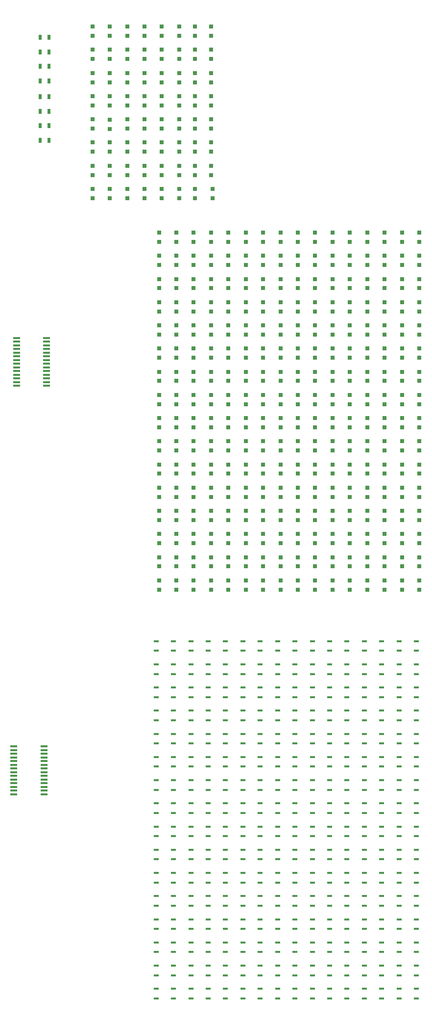
<source format=gbr>
%TF.GenerationSoftware,KiCad,Pcbnew,(5.1.9)-1*%
%TF.CreationDate,2021-06-16T16:09:48-07:00*%
%TF.ProjectId,noname,6e6f6e61-6d65-42e6-9b69-6361645f7063,rev?*%
%TF.SameCoordinates,Original*%
%TF.FileFunction,Paste,Top*%
%TF.FilePolarity,Positive*%
%FSLAX46Y46*%
G04 Gerber Fmt 4.6, Leading zero omitted, Abs format (unit mm)*
G04 Created by KiCad (PCBNEW (5.1.9)-1) date 2021-06-16 16:09:48*
%MOMM*%
%LPD*%
G01*
G04 APERTURE LIST*
%ADD10R,0.850000X0.400000*%
%ADD11R,1.200000X0.400000*%
%ADD12R,0.800000X0.800000*%
%ADD13R,0.500000X0.900000*%
G04 APERTURE END LIST*
D10*
X85000000Y-185440000D03*
X85000000Y-187100000D03*
X85000000Y-181440000D03*
X85000000Y-183100000D03*
X85000000Y-177440000D03*
X85000000Y-179100000D03*
X85000000Y-173440000D03*
X85000000Y-175100000D03*
X85000000Y-169440000D03*
X85000000Y-171100000D03*
X85000000Y-165440000D03*
X85000000Y-167100000D03*
X85000000Y-161440000D03*
X85000000Y-163100000D03*
X85000000Y-157440000D03*
X85000000Y-159100000D03*
X85000000Y-153440000D03*
X85000000Y-155100000D03*
X85000000Y-149440000D03*
X85000000Y-151100000D03*
X85000000Y-145440000D03*
X85000000Y-147100000D03*
X85000000Y-141440000D03*
X85000000Y-143100000D03*
X85000000Y-137440000D03*
X85000000Y-139100000D03*
X85000000Y-133440000D03*
X85000000Y-135100000D03*
X85000000Y-129440000D03*
X85000000Y-131100000D03*
X85000000Y-125440000D03*
X85000000Y-127100000D03*
X82000000Y-185440000D03*
X82000000Y-187100000D03*
X82000000Y-181440000D03*
X82000000Y-183100000D03*
X82000000Y-177440000D03*
X82000000Y-179100000D03*
X82000000Y-173440000D03*
X82000000Y-175100000D03*
X82000000Y-169440000D03*
X82000000Y-171100000D03*
X82000000Y-165440000D03*
X82000000Y-167100000D03*
X82000000Y-161440000D03*
X82000000Y-163100000D03*
X82000000Y-157440000D03*
X82000000Y-159100000D03*
X82000000Y-153440000D03*
X82000000Y-155100000D03*
X82000000Y-149440000D03*
X82000000Y-151100000D03*
X82000000Y-145440000D03*
X82000000Y-147100000D03*
X82000000Y-141440000D03*
X82000000Y-143100000D03*
X82000000Y-137440000D03*
X82000000Y-139100000D03*
X82000000Y-133440000D03*
X82000000Y-135100000D03*
X82000000Y-129440000D03*
X82000000Y-131100000D03*
X82000000Y-125440000D03*
X82000000Y-127100000D03*
X79000000Y-185440000D03*
X79000000Y-187100000D03*
X79000000Y-181440000D03*
X79000000Y-183100000D03*
X79000000Y-177440000D03*
X79000000Y-179100000D03*
X79000000Y-173440000D03*
X79000000Y-175100000D03*
X79000000Y-169440000D03*
X79000000Y-171100000D03*
X79000000Y-165440000D03*
X79000000Y-167100000D03*
X79000000Y-161440000D03*
X79000000Y-163100000D03*
X79000000Y-157440000D03*
X79000000Y-159100000D03*
X79000000Y-153440000D03*
X79000000Y-155100000D03*
X79000000Y-149440000D03*
X79000000Y-151100000D03*
X79000000Y-145440000D03*
X79000000Y-147100000D03*
X79000000Y-141440000D03*
X79000000Y-143100000D03*
X79000000Y-137440000D03*
X79000000Y-139100000D03*
X79000000Y-133440000D03*
X79000000Y-135100000D03*
X79000000Y-129440000D03*
X79000000Y-131100000D03*
X79000000Y-125440000D03*
X79000000Y-127100000D03*
X76000000Y-185440000D03*
X76000000Y-187100000D03*
X76000000Y-181440000D03*
X76000000Y-183100000D03*
X76000000Y-177440000D03*
X76000000Y-179100000D03*
X76000000Y-173440000D03*
X76000000Y-175100000D03*
X76000000Y-169440000D03*
X76000000Y-171100000D03*
X76000000Y-165440000D03*
X76000000Y-167100000D03*
X76000000Y-161440000D03*
X76000000Y-163100000D03*
X76000000Y-157440000D03*
X76000000Y-159100000D03*
X76000000Y-153440000D03*
X76000000Y-155100000D03*
X76000000Y-149440000D03*
X76000000Y-151100000D03*
X76000000Y-145440000D03*
X76000000Y-147100000D03*
X76000000Y-141440000D03*
X76000000Y-143100000D03*
X76000000Y-137440000D03*
X76000000Y-139100000D03*
X76000000Y-133440000D03*
X76000000Y-135100000D03*
X76000000Y-129440000D03*
X76000000Y-131100000D03*
X76000000Y-125440000D03*
X76000000Y-127100000D03*
X73000000Y-185440000D03*
X73000000Y-187100000D03*
X73000000Y-181440000D03*
X73000000Y-183100000D03*
X73000000Y-177440000D03*
X73000000Y-179100000D03*
X73000000Y-173440000D03*
X73000000Y-175100000D03*
X73000000Y-169440000D03*
X73000000Y-171100000D03*
X73000000Y-165440000D03*
X73000000Y-167100000D03*
X73000000Y-161440000D03*
X73000000Y-163100000D03*
X73000000Y-157440000D03*
X73000000Y-159100000D03*
X73000000Y-153440000D03*
X73000000Y-155100000D03*
X73000000Y-149440000D03*
X73000000Y-151100000D03*
X73000000Y-145440000D03*
X73000000Y-147100000D03*
X73000000Y-141440000D03*
X73000000Y-143100000D03*
X73000000Y-137440000D03*
X73000000Y-139100000D03*
X73000000Y-133440000D03*
X73000000Y-135100000D03*
X73000000Y-129440000D03*
X73000000Y-131100000D03*
X73000000Y-125440000D03*
X73000000Y-127100000D03*
X70000000Y-185440000D03*
X70000000Y-187100000D03*
X70000000Y-181440000D03*
X70000000Y-183100000D03*
X70000000Y-177440000D03*
X70000000Y-179100000D03*
X70000000Y-173440000D03*
X70000000Y-175100000D03*
X70000000Y-169440000D03*
X70000000Y-171100000D03*
X70000000Y-165440000D03*
X70000000Y-167100000D03*
X70000000Y-161440000D03*
X70000000Y-163100000D03*
X70000000Y-157440000D03*
X70000000Y-159100000D03*
X70000000Y-153440000D03*
X70000000Y-155100000D03*
X70000000Y-149440000D03*
X70000000Y-151100000D03*
X70000000Y-145440000D03*
X70000000Y-147100000D03*
X70000000Y-141440000D03*
X70000000Y-143100000D03*
X70000000Y-137440000D03*
X70000000Y-139100000D03*
X70000000Y-133440000D03*
X70000000Y-135100000D03*
X70000000Y-129440000D03*
X70000000Y-131100000D03*
X70000000Y-125440000D03*
X70000000Y-127100000D03*
X67000000Y-185440000D03*
X67000000Y-187100000D03*
X67000000Y-181440000D03*
X67000000Y-183100000D03*
X67000000Y-177440000D03*
X67000000Y-179100000D03*
X67000000Y-173440000D03*
X67000000Y-175100000D03*
X67000000Y-169440000D03*
X67000000Y-171100000D03*
X67000000Y-165440000D03*
X67000000Y-167100000D03*
X67000000Y-161440000D03*
X67000000Y-163100000D03*
X67000000Y-157440000D03*
X67000000Y-159100000D03*
X67000000Y-153440000D03*
X67000000Y-155100000D03*
X67000000Y-149440000D03*
X67000000Y-151100000D03*
X67000000Y-145440000D03*
X67000000Y-147100000D03*
X67000000Y-141440000D03*
X67000000Y-143100000D03*
X67000000Y-137440000D03*
X67000000Y-139100000D03*
X67000000Y-133440000D03*
X67000000Y-135100000D03*
X67000000Y-129440000D03*
X67000000Y-131100000D03*
X67000000Y-125440000D03*
X67000000Y-127100000D03*
X64000000Y-185440000D03*
X64000000Y-187100000D03*
X64000000Y-181440000D03*
X64000000Y-183100000D03*
X64000000Y-177440000D03*
X64000000Y-179100000D03*
X64000000Y-173440000D03*
X64000000Y-175100000D03*
X64000000Y-169440000D03*
X64000000Y-171100000D03*
X64000000Y-165440000D03*
X64000000Y-167100000D03*
X64000000Y-161440000D03*
X64000000Y-163100000D03*
X64000000Y-157440000D03*
X64000000Y-159100000D03*
X64000000Y-153440000D03*
X64000000Y-155100000D03*
X64000000Y-149440000D03*
X64000000Y-151100000D03*
X64000000Y-145440000D03*
X64000000Y-147100000D03*
X64000000Y-141440000D03*
X64000000Y-143100000D03*
X64000000Y-137440000D03*
X64000000Y-139100000D03*
X64000000Y-133440000D03*
X64000000Y-135100000D03*
X64000000Y-129440000D03*
X64000000Y-131100000D03*
X64000000Y-125440000D03*
X64000000Y-127100000D03*
X61000000Y-185440000D03*
X61000000Y-187100000D03*
X61000000Y-181440000D03*
X61000000Y-183100000D03*
X61000000Y-177440000D03*
X61000000Y-179100000D03*
X61000000Y-173440000D03*
X61000000Y-175100000D03*
X61000000Y-169440000D03*
X61000000Y-171100000D03*
X61000000Y-165440000D03*
X61000000Y-167100000D03*
X61000000Y-161440000D03*
X61000000Y-163100000D03*
X61000000Y-157440000D03*
X61000000Y-159100000D03*
X61000000Y-153440000D03*
X61000000Y-155100000D03*
X61000000Y-149440000D03*
X61000000Y-151100000D03*
X61000000Y-145440000D03*
X61000000Y-147100000D03*
X61000000Y-141440000D03*
X61000000Y-143100000D03*
X61000000Y-137440000D03*
X61000000Y-139100000D03*
X61000000Y-133440000D03*
X61000000Y-135100000D03*
X61000000Y-129440000D03*
X61000000Y-131100000D03*
X61000000Y-125440000D03*
X61000000Y-127100000D03*
X58000000Y-185440000D03*
X58000000Y-187100000D03*
X58000000Y-181440000D03*
X58000000Y-183100000D03*
X58000000Y-177440000D03*
X58000000Y-179100000D03*
X58000000Y-173440000D03*
X58000000Y-175100000D03*
X58000000Y-169440000D03*
X58000000Y-171100000D03*
X58000000Y-165440000D03*
X58000000Y-167100000D03*
X58000000Y-161440000D03*
X58000000Y-163100000D03*
X58000000Y-157440000D03*
X58000000Y-159100000D03*
X58000000Y-153440000D03*
X58000000Y-155100000D03*
X58000000Y-149440000D03*
X58000000Y-151100000D03*
X58000000Y-145440000D03*
X58000000Y-147100000D03*
X58000000Y-141440000D03*
X58000000Y-143100000D03*
X58000000Y-137440000D03*
X58000000Y-139100000D03*
X58000000Y-133440000D03*
X58000000Y-135100000D03*
X58000000Y-129440000D03*
X58000000Y-131100000D03*
X58000000Y-125440000D03*
X58000000Y-127100000D03*
X55000000Y-185440000D03*
X55000000Y-187100000D03*
X55000000Y-181440000D03*
X55000000Y-183100000D03*
X55000000Y-177440000D03*
X55000000Y-179100000D03*
X55000000Y-173440000D03*
X55000000Y-175100000D03*
X55000000Y-169440000D03*
X55000000Y-171100000D03*
X55000000Y-165440000D03*
X55000000Y-167100000D03*
X55000000Y-161440000D03*
X55000000Y-163100000D03*
X55000000Y-157440000D03*
X55000000Y-159100000D03*
X55000000Y-153440000D03*
X55000000Y-155100000D03*
X55000000Y-149440000D03*
X55000000Y-151100000D03*
X55000000Y-145440000D03*
X55000000Y-147100000D03*
X55000000Y-141440000D03*
X55000000Y-143100000D03*
X55000000Y-137440000D03*
X55000000Y-139100000D03*
X55000000Y-133440000D03*
X55000000Y-135100000D03*
X55000000Y-129440000D03*
X55000000Y-131100000D03*
X55000000Y-125440000D03*
X55000000Y-127100000D03*
X52000000Y-185440000D03*
X52000000Y-187100000D03*
X52000000Y-181440000D03*
X52000000Y-183100000D03*
X52000000Y-177440000D03*
X52000000Y-179100000D03*
X52000000Y-173440000D03*
X52000000Y-175100000D03*
X52000000Y-169440000D03*
X52000000Y-171100000D03*
X52000000Y-165440000D03*
X52000000Y-167100000D03*
X52000000Y-161440000D03*
X52000000Y-163100000D03*
X52000000Y-157440000D03*
X52000000Y-159100000D03*
X52000000Y-153440000D03*
X52000000Y-155100000D03*
X52000000Y-149440000D03*
X52000000Y-151100000D03*
X52000000Y-145440000D03*
X52000000Y-147100000D03*
X52000000Y-141440000D03*
X52000000Y-143100000D03*
X52000000Y-137440000D03*
X52000000Y-139100000D03*
X52000000Y-133440000D03*
X52000000Y-135100000D03*
X52000000Y-129440000D03*
X52000000Y-131100000D03*
X52000000Y-125440000D03*
X52000000Y-127100000D03*
X49000000Y-185440000D03*
X49000000Y-187100000D03*
X49000000Y-181440000D03*
X49000000Y-183100000D03*
X49000000Y-177440000D03*
X49000000Y-179100000D03*
X49000000Y-173440000D03*
X49000000Y-175100000D03*
X49000000Y-169440000D03*
X49000000Y-171100000D03*
X49000000Y-165440000D03*
X49000000Y-167100000D03*
X49000000Y-161440000D03*
X49000000Y-163100000D03*
X49000000Y-157440000D03*
X49000000Y-159100000D03*
X49000000Y-153440000D03*
X49000000Y-155100000D03*
X49000000Y-149440000D03*
X49000000Y-151100000D03*
X49000000Y-145440000D03*
X49000000Y-147100000D03*
X49000000Y-141440000D03*
X49000000Y-143100000D03*
X49000000Y-137440000D03*
X49000000Y-139100000D03*
X49000000Y-133440000D03*
X49000000Y-135100000D03*
X49000000Y-129440000D03*
X49000000Y-131100000D03*
X49000000Y-125440000D03*
X49000000Y-127100000D03*
X46000000Y-185440000D03*
X46000000Y-187100000D03*
X46000000Y-181440000D03*
X46000000Y-183100000D03*
X46000000Y-177440000D03*
X46000000Y-179100000D03*
X46000000Y-173440000D03*
X46000000Y-175100000D03*
X46000000Y-169440000D03*
X46000000Y-171100000D03*
X46000000Y-165440000D03*
X46000000Y-167100000D03*
X46000000Y-161440000D03*
X46000000Y-163100000D03*
X46000000Y-157440000D03*
X46000000Y-159100000D03*
X46000000Y-153440000D03*
X46000000Y-155100000D03*
X46000000Y-149440000D03*
X46000000Y-151100000D03*
X46000000Y-145440000D03*
X46000000Y-147100000D03*
X46000000Y-141440000D03*
X46000000Y-143100000D03*
X46000000Y-137440000D03*
X46000000Y-139100000D03*
X46000000Y-133440000D03*
X46000000Y-135100000D03*
X46000000Y-129440000D03*
X46000000Y-131100000D03*
X46000000Y-125440000D03*
X46000000Y-127100000D03*
X43000000Y-185440000D03*
X43000000Y-187100000D03*
X43000000Y-181440000D03*
X43000000Y-183100000D03*
X43000000Y-177440000D03*
X43000000Y-179100000D03*
X43000000Y-173440000D03*
X43000000Y-175100000D03*
X43000000Y-169440000D03*
X43000000Y-171100000D03*
X43000000Y-165440000D03*
X43000000Y-167100000D03*
X43000000Y-161440000D03*
X43000000Y-163100000D03*
X43000000Y-157440000D03*
X43000000Y-159100000D03*
X43000000Y-153440000D03*
X43000000Y-155100000D03*
X43000000Y-149440000D03*
X43000000Y-151100000D03*
X43000000Y-145440000D03*
X43000000Y-147100000D03*
X43000000Y-141440000D03*
X43000000Y-143100000D03*
X43000000Y-137440000D03*
X43000000Y-139100000D03*
X43000000Y-133440000D03*
X43000000Y-135100000D03*
X43000000Y-129440000D03*
X43000000Y-131100000D03*
X43000000Y-125440000D03*
X43000000Y-127100000D03*
X40000000Y-185440000D03*
X40000000Y-187100000D03*
X40000000Y-181440000D03*
X40000000Y-183100000D03*
X40000000Y-177440000D03*
X40000000Y-179100000D03*
X40000000Y-173440000D03*
X40000000Y-175100000D03*
X40000000Y-169440000D03*
X40000000Y-171100000D03*
X40000000Y-165440000D03*
X40000000Y-167100000D03*
X40000000Y-161440000D03*
X40000000Y-163100000D03*
X40000000Y-157440000D03*
X40000000Y-159100000D03*
X40000000Y-153440000D03*
X40000000Y-155100000D03*
X40000000Y-149440000D03*
X40000000Y-151100000D03*
X40000000Y-145440000D03*
X40000000Y-147100000D03*
X40000000Y-141440000D03*
X40000000Y-143100000D03*
X40000000Y-137440000D03*
X40000000Y-139100000D03*
X40000000Y-133440000D03*
X40000000Y-135100000D03*
X40000000Y-129440000D03*
X40000000Y-131100000D03*
X40000000Y-127100000D03*
X40000000Y-125440000D03*
D11*
X15400000Y-151877500D03*
X15400000Y-151242500D03*
X15400000Y-150607500D03*
X15400000Y-149972500D03*
X15400000Y-149337500D03*
X15400000Y-148702500D03*
X15400000Y-148067500D03*
X15400000Y-147432500D03*
X15400000Y-146797500D03*
X15400000Y-146162500D03*
X15400000Y-145527500D03*
X15400000Y-144892500D03*
X15400000Y-144257500D03*
X15400000Y-143622500D03*
X20600000Y-143622500D03*
X20600000Y-144257500D03*
X20600000Y-144892500D03*
X20600000Y-145527500D03*
X20600000Y-146162500D03*
X20600000Y-146797500D03*
X20600000Y-147432500D03*
X20600000Y-148067500D03*
X20600000Y-148702500D03*
X20600000Y-149337500D03*
X20600000Y-149972500D03*
X20600000Y-150607500D03*
X20600000Y-151242500D03*
X20600000Y-151877500D03*
D12*
X29000000Y-19400000D03*
X29000000Y-21000000D03*
X29000000Y-23400000D03*
X29000000Y-25000000D03*
X29000000Y-27400000D03*
X29000000Y-29000000D03*
X29000000Y-31400000D03*
X29000000Y-33000000D03*
X29000000Y-35400000D03*
X29000000Y-37000000D03*
X29000000Y-39400000D03*
X29000000Y-41000000D03*
X29000000Y-43400000D03*
X29000000Y-45000000D03*
X29000000Y-47400000D03*
X29000000Y-49000000D03*
X32000000Y-19400000D03*
X32000000Y-21000000D03*
X32000000Y-23400000D03*
X32000000Y-25000000D03*
X32000000Y-27400000D03*
X32000000Y-29000000D03*
X32000000Y-31400000D03*
X32000000Y-33000000D03*
X32000000Y-35450000D03*
X32000000Y-37050000D03*
X32000000Y-39400000D03*
X32000000Y-41000000D03*
X32000000Y-43400000D03*
X32000000Y-45000000D03*
X32000000Y-47400000D03*
X32000000Y-49000000D03*
X35000000Y-19400000D03*
X35000000Y-21000000D03*
X35000000Y-23400000D03*
X35000000Y-25000000D03*
X35000000Y-27400000D03*
X35000000Y-29000000D03*
X35000000Y-31400000D03*
X35000000Y-33000000D03*
X35000000Y-35400000D03*
X35000000Y-37000000D03*
X35000000Y-39400000D03*
X35000000Y-41000000D03*
X35000000Y-43400000D03*
X35000000Y-45000000D03*
X35000000Y-47400000D03*
X35000000Y-49000000D03*
X38000000Y-19400000D03*
X38000000Y-21000000D03*
X38000000Y-23400000D03*
X38000000Y-25000000D03*
X38000000Y-27400000D03*
X38000000Y-29000000D03*
X38000000Y-31400000D03*
X38000000Y-33000000D03*
X38000000Y-35400000D03*
X38000000Y-37000000D03*
X38000000Y-39400000D03*
X38000000Y-41000000D03*
X38000000Y-43400000D03*
X38000000Y-45000000D03*
X38000000Y-47400000D03*
X38000000Y-49000000D03*
X41000000Y-19400000D03*
X41000000Y-21000000D03*
X41000000Y-23400000D03*
X41000000Y-25000000D03*
X41000000Y-27400000D03*
X41000000Y-29000000D03*
X41000000Y-31400000D03*
X41000000Y-33000000D03*
X41000000Y-35400000D03*
X41000000Y-37000000D03*
X41000000Y-39400000D03*
X41000000Y-41000000D03*
X41000000Y-43400000D03*
X41000000Y-45000000D03*
X41000000Y-47400000D03*
X41000000Y-49000000D03*
X44000000Y-19400000D03*
X44000000Y-21000000D03*
X44000000Y-23400000D03*
X44000000Y-25000000D03*
X44000000Y-27400000D03*
X44000000Y-29000000D03*
X44000000Y-31400000D03*
X44000000Y-33000000D03*
X44000000Y-35400000D03*
X44000000Y-37000000D03*
X44000000Y-39400000D03*
X44000000Y-41000000D03*
X44000000Y-43400000D03*
X44000000Y-45000000D03*
X44000000Y-47400000D03*
X44000000Y-49000000D03*
X46750000Y-19400000D03*
X46750000Y-21000000D03*
X46750000Y-23400000D03*
X46750000Y-25000000D03*
X46750000Y-27400000D03*
X46750000Y-29000000D03*
X46750000Y-31400000D03*
X46750000Y-33000000D03*
X46750000Y-35400000D03*
X46750000Y-37000000D03*
X46750000Y-39400000D03*
X46750000Y-41000000D03*
X46750000Y-43400000D03*
X46750000Y-45000000D03*
X46750000Y-47400000D03*
X46750000Y-49000000D03*
X49500000Y-19400000D03*
X49500000Y-21000000D03*
X49500000Y-23400000D03*
X49500000Y-25000000D03*
X49500000Y-27400000D03*
X49500000Y-29000000D03*
X49500000Y-31400000D03*
X49500000Y-33000000D03*
X49500000Y-35400000D03*
X49500000Y-37000000D03*
X49500000Y-39400000D03*
X49500000Y-41000000D03*
X49500000Y-43400000D03*
X49500000Y-45000000D03*
X49750000Y-47400000D03*
X49750000Y-49000000D03*
X40500000Y-54950000D03*
X40500000Y-56550000D03*
X40500000Y-58950000D03*
X40500000Y-60550000D03*
X40500000Y-62950000D03*
X40500000Y-64550000D03*
X40500000Y-66950000D03*
X40500000Y-68550000D03*
X40500000Y-70950000D03*
X40500000Y-72550000D03*
X40500000Y-74950000D03*
X40500000Y-76550000D03*
X40500000Y-78950000D03*
X40500000Y-80550000D03*
X40500000Y-82950000D03*
X40500000Y-84550000D03*
X40500000Y-86950000D03*
X40500000Y-88550000D03*
X40500000Y-90950000D03*
X40500000Y-92550000D03*
X40500000Y-94950000D03*
X40500000Y-96550000D03*
X40500000Y-98950000D03*
X40500000Y-100550000D03*
X40500000Y-102950000D03*
X40500000Y-104550000D03*
X40500000Y-106950000D03*
X40500000Y-108550000D03*
X40500000Y-110950000D03*
X40500000Y-112550000D03*
X40500000Y-114950000D03*
X40500000Y-116550000D03*
X43500000Y-54950000D03*
X43500000Y-56550000D03*
X43500000Y-58950000D03*
X43500000Y-60550000D03*
X43500000Y-62950000D03*
X43500000Y-64550000D03*
X43500000Y-66950000D03*
X43500000Y-68550000D03*
X43500000Y-70950000D03*
X43500000Y-72550000D03*
X43500000Y-74950000D03*
X43500000Y-76550000D03*
X43500000Y-78950000D03*
X43500000Y-80550000D03*
X43500000Y-82950000D03*
X43500000Y-84550000D03*
X43500000Y-86950000D03*
X43500000Y-88550000D03*
X43500000Y-90950000D03*
X43500000Y-92550000D03*
X43500000Y-94950000D03*
X43500000Y-96550000D03*
X43500000Y-98950000D03*
X43500000Y-100550000D03*
X43500000Y-102950000D03*
X43500000Y-104550000D03*
X43500000Y-106950000D03*
X43500000Y-108550000D03*
X43500000Y-110950000D03*
X43500000Y-112550000D03*
X43500000Y-114950000D03*
X43500000Y-116550000D03*
X46500000Y-54950000D03*
X46500000Y-56550000D03*
X46500000Y-58950000D03*
X46500000Y-60550000D03*
X46500000Y-62950000D03*
X46500000Y-64550000D03*
X46500000Y-66950000D03*
X46500000Y-68550000D03*
X46500000Y-70950000D03*
X46500000Y-72550000D03*
X46500000Y-74950000D03*
X46500000Y-76550000D03*
X46500000Y-78950000D03*
X46500000Y-80550000D03*
X46500000Y-82950000D03*
X46500000Y-84550000D03*
X46500000Y-86950000D03*
X46500000Y-88550000D03*
X46500000Y-90950000D03*
X46500000Y-92550000D03*
X46500000Y-94950000D03*
X46500000Y-96550000D03*
X46500000Y-98950000D03*
X46500000Y-100550000D03*
X46500000Y-102950000D03*
X46500000Y-104550000D03*
X46500000Y-106950000D03*
X46500000Y-108550000D03*
X46500000Y-110950000D03*
X46500000Y-112550000D03*
X46500000Y-114950000D03*
X46500000Y-116550000D03*
X49500000Y-54950000D03*
X49500000Y-56550000D03*
X49500000Y-58950000D03*
X49500000Y-60550000D03*
X49500000Y-62950000D03*
X49500000Y-64550000D03*
X49500000Y-66950000D03*
X49500000Y-68550000D03*
X49500000Y-70950000D03*
X49500000Y-72550000D03*
X49500000Y-74950000D03*
X49500000Y-76550000D03*
X49500000Y-78950000D03*
X49500000Y-80550000D03*
X49500000Y-82950000D03*
X49500000Y-84550000D03*
X49500000Y-86950000D03*
X49500000Y-88550000D03*
X49500000Y-90950000D03*
X49500000Y-92550000D03*
X49500000Y-94950000D03*
X49500000Y-96550000D03*
X49500000Y-98950000D03*
X49500000Y-100550000D03*
X49500000Y-102950000D03*
X49500000Y-104550000D03*
X49500000Y-106950000D03*
X49500000Y-108550000D03*
X49500000Y-110950000D03*
X49500000Y-112550000D03*
X49500000Y-114950000D03*
X49500000Y-116550000D03*
X52500000Y-54950000D03*
X52500000Y-56550000D03*
X52500000Y-58950000D03*
X52500000Y-60550000D03*
X52500000Y-62950000D03*
X52500000Y-64550000D03*
X52500000Y-66950000D03*
X52500000Y-68550000D03*
X52500000Y-70950000D03*
X52500000Y-72550000D03*
X52500000Y-74950000D03*
X52500000Y-76550000D03*
X52500000Y-78950000D03*
X52500000Y-80550000D03*
X52500000Y-82950000D03*
X52500000Y-84550000D03*
X52500000Y-86950000D03*
X52500000Y-88550000D03*
X52500000Y-90950000D03*
X52500000Y-92550000D03*
X52500000Y-94950000D03*
X52500000Y-96550000D03*
X52500000Y-98950000D03*
X52500000Y-100550000D03*
X52500000Y-102950000D03*
X52500000Y-104550000D03*
X52500000Y-106950000D03*
X52500000Y-108550000D03*
X52500000Y-110950000D03*
X52500000Y-112550000D03*
X52500000Y-114950000D03*
X52500000Y-116550000D03*
X55500000Y-54950000D03*
X55500000Y-56550000D03*
X55500000Y-58950000D03*
X55500000Y-60550000D03*
X55500000Y-62950000D03*
X55500000Y-64550000D03*
X55500000Y-66950000D03*
X55500000Y-68550000D03*
X55500000Y-70950000D03*
X55500000Y-72550000D03*
X55500000Y-74950000D03*
X55500000Y-76550000D03*
X55500000Y-78950000D03*
X55500000Y-80550000D03*
X55500000Y-82950000D03*
X55500000Y-84550000D03*
X55500000Y-86950000D03*
X55500000Y-88550000D03*
X55500000Y-90950000D03*
X55500000Y-92550000D03*
X55500000Y-94950000D03*
X55500000Y-96550000D03*
X55500000Y-98950000D03*
X55500000Y-100550000D03*
X55500000Y-102950000D03*
X55500000Y-104550000D03*
X55500000Y-106950000D03*
X55500000Y-108550000D03*
X55500000Y-110950000D03*
X55500000Y-112550000D03*
X55500000Y-114950000D03*
X55500000Y-116550000D03*
X58500000Y-54950000D03*
X58500000Y-56550000D03*
X58500000Y-58950000D03*
X58500000Y-60550000D03*
X58500000Y-62950000D03*
X58500000Y-64550000D03*
X58500000Y-66950000D03*
X58500000Y-68550000D03*
X58500000Y-70950000D03*
X58500000Y-72550000D03*
X58500000Y-74950000D03*
X58500000Y-76550000D03*
X58500000Y-78950000D03*
X58500000Y-80550000D03*
X58500000Y-82950000D03*
X58500000Y-84550000D03*
X58500000Y-86950000D03*
X58500000Y-88550000D03*
X58500000Y-90950000D03*
X58500000Y-92550000D03*
X58500000Y-94950000D03*
X58500000Y-96550000D03*
X58500000Y-98950000D03*
X58500000Y-100550000D03*
X58500000Y-102950000D03*
X58500000Y-104550000D03*
X58500000Y-106950000D03*
X58500000Y-108550000D03*
X58500000Y-110950000D03*
X58500000Y-112550000D03*
X58500000Y-114950000D03*
X58500000Y-116550000D03*
X61500000Y-54950000D03*
X61500000Y-56550000D03*
X61500000Y-58950000D03*
X61500000Y-60550000D03*
X61500000Y-62950000D03*
X61500000Y-64550000D03*
X61500000Y-66950000D03*
X61500000Y-68550000D03*
X61500000Y-70950000D03*
X61500000Y-72550000D03*
X61500000Y-74950000D03*
X61500000Y-76550000D03*
X61500000Y-78950000D03*
X61500000Y-80550000D03*
X61500000Y-82950000D03*
X61500000Y-84550000D03*
X61500000Y-86950000D03*
X61500000Y-88550000D03*
X61500000Y-90950000D03*
X61500000Y-92550000D03*
X61500000Y-94950000D03*
X61500000Y-96550000D03*
X61500000Y-98950000D03*
X61500000Y-100550000D03*
X61500000Y-102950000D03*
X61500000Y-104550000D03*
X61500000Y-106950000D03*
X61500000Y-108550000D03*
X61500000Y-110950000D03*
X61500000Y-112550000D03*
X61500000Y-114950000D03*
X61500000Y-116550000D03*
X64500000Y-54950000D03*
X64500000Y-56550000D03*
X64500000Y-58950000D03*
X64500000Y-60550000D03*
X64500000Y-62950000D03*
X64500000Y-64550000D03*
X64500000Y-66950000D03*
X64500000Y-68550000D03*
X64500000Y-70950000D03*
X64500000Y-72550000D03*
X64500000Y-74950000D03*
X64500000Y-76550000D03*
X64500000Y-78950000D03*
X64500000Y-80550000D03*
X64500000Y-82950000D03*
X64500000Y-84550000D03*
X64500000Y-86950000D03*
X64500000Y-88550000D03*
X64500000Y-90950000D03*
X64500000Y-92550000D03*
X64500000Y-94950000D03*
X64500000Y-96550000D03*
X64500000Y-98950000D03*
X64500000Y-100550000D03*
X64500000Y-102950000D03*
X64500000Y-104550000D03*
X64500000Y-106950000D03*
X64500000Y-108550000D03*
X64500000Y-110950000D03*
X64500000Y-112550000D03*
X64500000Y-114950000D03*
X64500000Y-116550000D03*
X67500000Y-54950000D03*
X67500000Y-56550000D03*
X67500000Y-58950000D03*
X67500000Y-60550000D03*
X67500000Y-62950000D03*
X67500000Y-64550000D03*
X67500000Y-66950000D03*
X67500000Y-68550000D03*
X67500000Y-70950000D03*
X67500000Y-72550000D03*
X67500000Y-74950000D03*
X67500000Y-76550000D03*
X67500000Y-78950000D03*
X67500000Y-80550000D03*
X67500000Y-82950000D03*
X67500000Y-84550000D03*
X67500000Y-86950000D03*
X67500000Y-88550000D03*
X67500000Y-90950000D03*
X67500000Y-92550000D03*
X67500000Y-94950000D03*
X67500000Y-96550000D03*
X67500000Y-98950000D03*
X67500000Y-100550000D03*
X67500000Y-102950000D03*
X67500000Y-104550000D03*
X67500000Y-106950000D03*
X67500000Y-108550000D03*
X67500000Y-110950000D03*
X67500000Y-112550000D03*
X67500000Y-114950000D03*
X67500000Y-116550000D03*
X70500000Y-54950000D03*
X70500000Y-56550000D03*
X70500000Y-58950000D03*
X70500000Y-60550000D03*
X70500000Y-62950000D03*
X70500000Y-64550000D03*
X70500000Y-66950000D03*
X70500000Y-68550000D03*
X70500000Y-70950000D03*
X70500000Y-72550000D03*
X70500000Y-74950000D03*
X70500000Y-76550000D03*
X70500000Y-78950000D03*
X70500000Y-80550000D03*
X70500000Y-82950000D03*
X70500000Y-84550000D03*
X70500000Y-86950000D03*
X70500000Y-88550000D03*
X70500000Y-90950000D03*
X70500000Y-92550000D03*
X70500000Y-94950000D03*
X70500000Y-96550000D03*
X70500000Y-98950000D03*
X70500000Y-100550000D03*
X70500000Y-102950000D03*
X70500000Y-104550000D03*
X70500000Y-106950000D03*
X70500000Y-108550000D03*
X70500000Y-110950000D03*
X70500000Y-112550000D03*
X70500000Y-114950000D03*
X70500000Y-116550000D03*
X73500000Y-54950000D03*
X73500000Y-56550000D03*
X73500000Y-58950000D03*
X73500000Y-60550000D03*
X73500000Y-62950000D03*
X73500000Y-64550000D03*
X73500000Y-66950000D03*
X73500000Y-68550000D03*
X73500000Y-70950000D03*
X73500000Y-72550000D03*
X73500000Y-74950000D03*
X73500000Y-76550000D03*
X73500000Y-78950000D03*
X73500000Y-80550000D03*
X73500000Y-82950000D03*
X73500000Y-84550000D03*
X73500000Y-86950000D03*
X73500000Y-88550000D03*
X73500000Y-90950000D03*
X73500000Y-92550000D03*
X73500000Y-94950000D03*
X73500000Y-96550000D03*
X73500000Y-98950000D03*
X73500000Y-100550000D03*
X73500000Y-102950000D03*
X73500000Y-104550000D03*
X73500000Y-106950000D03*
X73500000Y-108550000D03*
X73500000Y-110950000D03*
X73500000Y-112550000D03*
X73500000Y-114950000D03*
X73500000Y-116550000D03*
X76500000Y-54950000D03*
X76500000Y-56550000D03*
X76500000Y-58950000D03*
X76500000Y-60550000D03*
X76500000Y-62950000D03*
X76500000Y-64550000D03*
X76500000Y-66950000D03*
X76500000Y-68550000D03*
X76500000Y-70950000D03*
X76500000Y-72550000D03*
X76500000Y-74950000D03*
X76500000Y-76550000D03*
X76500000Y-78950000D03*
X76500000Y-80550000D03*
X76500000Y-82950000D03*
X76500000Y-84550000D03*
X76500000Y-86950000D03*
X76500000Y-88550000D03*
X76500000Y-90950000D03*
X76500000Y-92550000D03*
X76500000Y-94950000D03*
X76500000Y-96550000D03*
X76500000Y-98950000D03*
X76500000Y-100550000D03*
X76500000Y-102950000D03*
X76500000Y-104550000D03*
X76500000Y-106950000D03*
X76500000Y-108550000D03*
X76500000Y-110950000D03*
X76500000Y-112550000D03*
X76500000Y-114950000D03*
X76500000Y-116550000D03*
X79500000Y-54950000D03*
X79500000Y-56550000D03*
X79500000Y-58950000D03*
X79500000Y-60550000D03*
X79500000Y-62950000D03*
X79500000Y-64550000D03*
X79500000Y-66950000D03*
X79500000Y-68550000D03*
X79500000Y-70950000D03*
X79500000Y-72550000D03*
X79500000Y-74950000D03*
X79500000Y-76550000D03*
X79500000Y-78950000D03*
X79500000Y-80550000D03*
X79500000Y-82950000D03*
X79500000Y-84550000D03*
X79500000Y-86950000D03*
X79500000Y-88550000D03*
X79500000Y-90950000D03*
X79500000Y-92550000D03*
X79500000Y-94950000D03*
X79500000Y-96550000D03*
X79500000Y-98950000D03*
X79500000Y-100550000D03*
X79500000Y-102950000D03*
X79500000Y-104550000D03*
X79500000Y-106950000D03*
X79500000Y-108550000D03*
X79500000Y-110950000D03*
X79500000Y-112550000D03*
X79500000Y-114950000D03*
X79500000Y-116550000D03*
X82500000Y-54950000D03*
X82500000Y-56550000D03*
X82500000Y-58950000D03*
X82500000Y-60550000D03*
X82500000Y-62950000D03*
X82500000Y-64550000D03*
X82500000Y-66950000D03*
X82500000Y-68550000D03*
X82500000Y-70950000D03*
X82500000Y-72550000D03*
X82500000Y-74950000D03*
X82500000Y-76550000D03*
X82500000Y-78950000D03*
X82500000Y-80550000D03*
X82500000Y-82950000D03*
X82500000Y-84550000D03*
X82500000Y-86950000D03*
X82500000Y-88550000D03*
X82500000Y-90950000D03*
X82500000Y-92550000D03*
X82500000Y-94950000D03*
X82500000Y-96550000D03*
X82500000Y-98950000D03*
X82500000Y-100550000D03*
X82500000Y-102950000D03*
X82500000Y-104550000D03*
X82500000Y-106950000D03*
X82500000Y-108550000D03*
X82500000Y-110950000D03*
X82500000Y-112550000D03*
X82500000Y-114950000D03*
X82500000Y-116550000D03*
X85500000Y-54950000D03*
X85500000Y-56550000D03*
X85500000Y-58950000D03*
X85500000Y-60550000D03*
X85500000Y-62950000D03*
X85500000Y-64550000D03*
X85500000Y-66950000D03*
X85500000Y-68550000D03*
X85500000Y-70950000D03*
X85500000Y-72550000D03*
X85500000Y-74950000D03*
X85500000Y-76550000D03*
X85500000Y-78950000D03*
X85500000Y-80550000D03*
X85500000Y-82950000D03*
X85500000Y-84550000D03*
X85500000Y-86950000D03*
X85500000Y-88550000D03*
X85500000Y-90950000D03*
X85500000Y-92550000D03*
X85500000Y-94950000D03*
X85500000Y-96550000D03*
X85500000Y-98950000D03*
X85500000Y-100550000D03*
X85500000Y-102950000D03*
X85500000Y-104550000D03*
X85500000Y-106950000D03*
X85500000Y-108550000D03*
X85500000Y-110950000D03*
X85500000Y-112550000D03*
X85500000Y-114950000D03*
X85500000Y-116550000D03*
D11*
X21100000Y-81377500D03*
X21100000Y-80742500D03*
X21100000Y-80107500D03*
X21100000Y-79472500D03*
X21100000Y-78837500D03*
X21100000Y-78202500D03*
X21100000Y-77567500D03*
X21100000Y-76932500D03*
X21100000Y-76297500D03*
X21100000Y-75662500D03*
X21100000Y-75027500D03*
X21100000Y-74392500D03*
X21100000Y-73757500D03*
X21100000Y-73122500D03*
X15900000Y-73122500D03*
X15900000Y-73757500D03*
X15900000Y-74392500D03*
X15900000Y-75027500D03*
X15900000Y-75662500D03*
X15900000Y-76297500D03*
X15900000Y-76932500D03*
X15900000Y-77567500D03*
X15900000Y-78202500D03*
X15900000Y-78837500D03*
X15900000Y-79472500D03*
X15900000Y-80107500D03*
X15900000Y-80742500D03*
X15900000Y-81377500D03*
D13*
X20000000Y-39000000D03*
X21500000Y-39000000D03*
X20000000Y-36500000D03*
X21500000Y-36500000D03*
X20000000Y-34000000D03*
X21500000Y-34000000D03*
X20000000Y-31500000D03*
X21500000Y-31500000D03*
X20000000Y-28750000D03*
X21500000Y-28750000D03*
X20000000Y-26250000D03*
X21500000Y-26250000D03*
X20000000Y-23750000D03*
X21500000Y-23750000D03*
X20000000Y-21250000D03*
X21500000Y-21250000D03*
M02*

</source>
